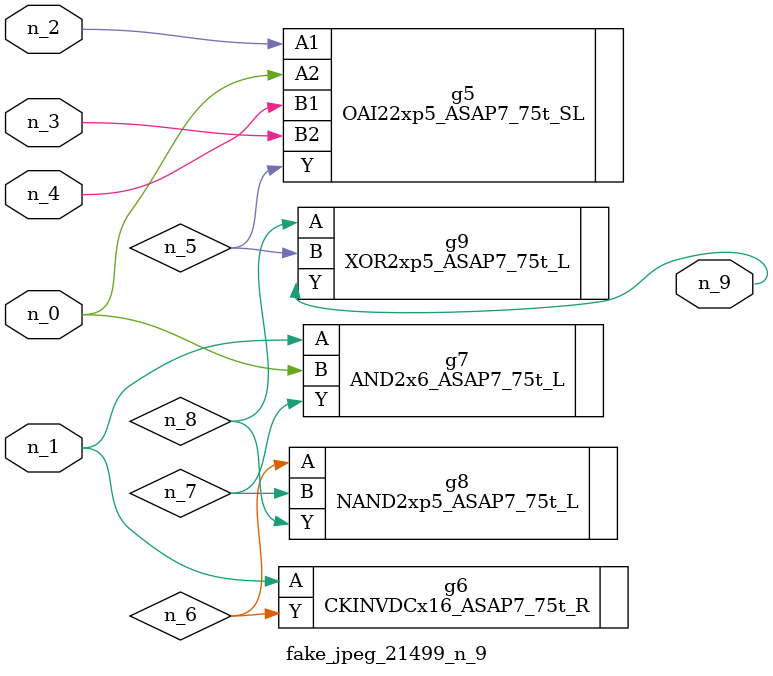
<source format=v>
module fake_jpeg_21499_n_9 (n_3, n_2, n_1, n_0, n_4, n_9);

input n_3;
input n_2;
input n_1;
input n_0;
input n_4;

output n_9;

wire n_8;
wire n_6;
wire n_5;
wire n_7;

OAI22xp5_ASAP7_75t_SL g5 ( 
.A1(n_2),
.A2(n_0),
.B1(n_4),
.B2(n_3),
.Y(n_5)
);

CKINVDCx16_ASAP7_75t_R g6 ( 
.A(n_1),
.Y(n_6)
);

AND2x6_ASAP7_75t_L g7 ( 
.A(n_1),
.B(n_0),
.Y(n_7)
);

NAND2xp5_ASAP7_75t_L g8 ( 
.A(n_6),
.B(n_7),
.Y(n_8)
);

XOR2xp5_ASAP7_75t_L g9 ( 
.A(n_8),
.B(n_5),
.Y(n_9)
);


endmodule
</source>
